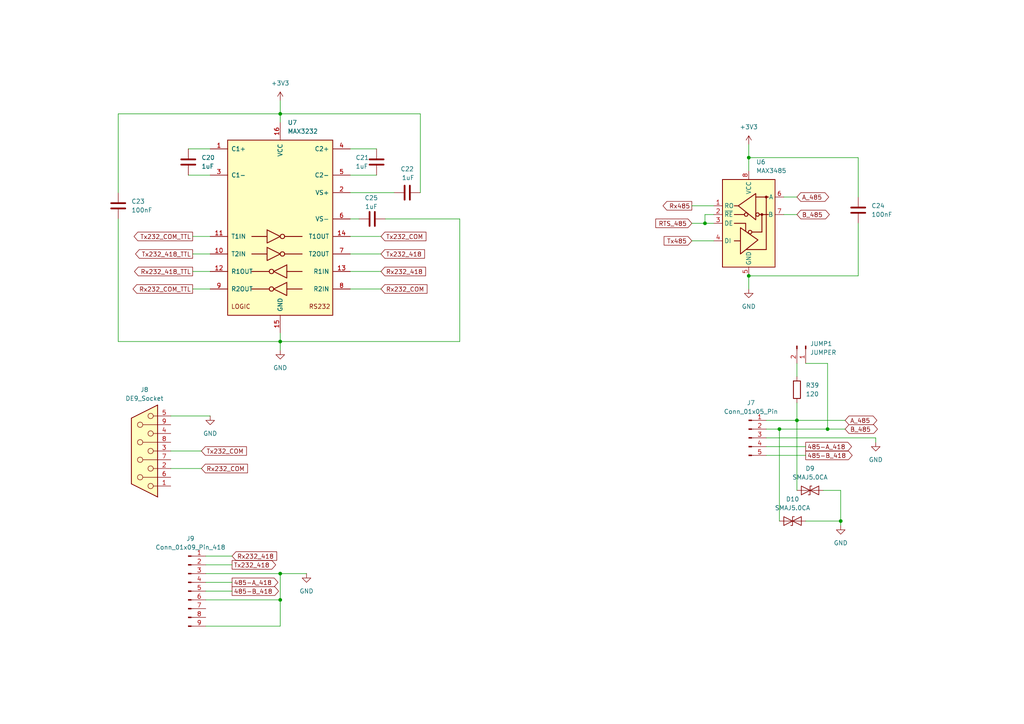
<source format=kicad_sch>
(kicad_sch (version 20250114) (generator "eeschema") (generator_version "9.0")
  (paper "A4")
  (title_block (title "com RS232-485 ") (date "2025-05-26") (rev "V1") (company "TTS") (comment 1 "EP"))
  (lib_symbols
    (symbol "Connector:Conn_01x02_Pin" (pin_names (offset 1.016) (hide yes))
      (property "Reference" "J" (at 0 2.54 0))
      (property "Value" "Conn_01x02_Pin" (at 0 -5.08 0))
      (symbol "Conn_01x02_Pin_1_1"
        (rectangle (start 0.8636 0.127) (end 0 -0.127) (stroke (width 0.1524)) (fill (type outline)))
        (rectangle (start 0.8636 -2.413) (end 0 -2.667) (stroke (width 0.1524)) (fill (type outline)))
        (polyline (pts (xy 1.27 0) (xy 0.8636 0)) (stroke (width 0.1524)))
        (polyline (pts (xy 1.27 -2.54) (xy 0.8636 -2.54)) (stroke (width 0.1524)))
        (pin passive line (at 5.08 0 180) (length 3.81) (name "Pin_1") (number "1"))
        (pin passive line (at 5.08 -2.54 180) (length 3.81) (name "Pin_2") (number "2"))
      )
    )
    (symbol "Connector:Conn_01x05_Pin" (pin_names (offset 1.016) (hide yes))
      (property "Reference" "J" (at 0 7.62 0))
      (property "Value" "Conn_01x05_Pin" (at 0 -7.62 0))
      (symbol "Conn_01x05_Pin_1_1"
        (rectangle (start 0.8636 5.207) (end 0 4.953) (stroke (width 0.1524)) (fill (type outline)))
        (rectangle (start 0.8636 2.667) (end 0 2.413) (stroke (width 0.1524)) (fill (type outline)))
        (rectangle (start 0.8636 0.127) (end 0 -0.127) (stroke (width 0.1524)) (fill (type outline)))
        (rectangle (start 0.8636 -2.413) (end 0 -2.667) (stroke (width 0.1524)) (fill (type outline)))
        (rectangle (start 0.8636 -4.953) (end 0 -5.207) (stroke (width 0.1524)) (fill (type outline)))
        (polyline (pts (xy 1.27 5.08) (xy 0.8636 5.08)) (stroke (width 0.1524)))
        (polyline (pts (xy 1.27 2.54) (xy 0.8636 2.54)) (stroke (width 0.1524)))
        (polyline (pts (xy 1.27 0) (xy 0.8636 0)) (stroke (width 0.1524)))
        (polyline (pts (xy 1.27 -2.54) (xy 0.8636 -2.54)) (stroke (width 0.1524)))
        (polyline (pts (xy 1.27 -5.08) (xy 0.8636 -5.08)) (stroke (width 0.1524)))
        (pin passive line (at 5.08 5.08 180) (length 3.81) (name "Pin_1") (number "1"))
        (pin passive line (at 5.08 2.54 180) (length 3.81) (name "Pin_2") (number "2"))
        (pin passive line (at 5.08 0 180) (length 3.81) (name "Pin_3") (number "3"))
        (pin passive line (at 5.08 -2.54 180) (length 3.81) (name "Pin_4") (number "4"))
        (pin passive line (at 5.08 -5.08 180) (length 3.81) (name "Pin_5") (number "5"))
      )
    )
    (symbol "Connector:Conn_01x09_Pin" (pin_names (offset 1.016) (hide yes))
      (property "Reference" "J" (at 0 12.7 0))
      (property "Value" "Conn_01x09_Pin" (at 0 -12.7 0))
      (symbol "Conn_01x09_Pin_1_1"
        (rectangle (start 0.8636 10.287) (end 0 10.033) (stroke (width 0.1524)) (fill (type outline)))
        (rectangle (start 0.8636 7.747) (end 0 7.493) (stroke (width 0.1524)) (fill (type outline)))
        (rectangle (start 0.8636 5.207) (end 0 4.953) (stroke (width 0.1524)) (fill (type outline)))
        (rectangle (start 0.8636 2.667) (end 0 2.413) (stroke (width 0.1524)) (fill (type outline)))
        (rectangle (start 0.8636 0.127) (end 0 -0.127) (stroke (width 0.1524)) (fill (type outline)))
        (rectangle (start 0.8636 -2.413) (end 0 -2.667) (stroke (width 0.1524)) (fill (type outline)))
        (rectangle (start 0.8636 -4.953) (end 0 -5.207) (stroke (width 0.1524)) (fill (type outline)))
        (rectangle (start 0.8636 -7.493) (end 0 -7.747) (stroke (width 0.1524)) (fill (type outline)))
        (rectangle (start 0.8636 -10.033) (end 0 -10.287) (stroke (width 0.1524)) (fill (type outline)))
        (polyline (pts (xy 1.27 10.16) (xy 0.8636 10.16)) (stroke (width 0.1524)))
        (polyline (pts (xy 1.27 7.62) (xy 0.8636 7.62)) (stroke (width 0.1524)))
        (polyline (pts (xy 1.27 5.08) (xy 0.8636 5.08)) (stroke (width 0.1524)))
        (polyline (pts (xy 1.27 2.54) (xy 0.8636 2.54)) (stroke (width 0.1524)))
        (polyline (pts (xy 1.27 0) (xy 0.8636 0)) (stroke (width 0.1524)))
        (polyline (pts (xy 1.27 -2.54) (xy 0.8636 -2.54)) (stroke (width 0.1524)))
        (polyline (pts (xy 1.27 -5.08) (xy 0.8636 -5.08)) (stroke (width 0.1524)))
        (polyline (pts (xy 1.27 -7.62) (xy 0.8636 -7.62)) (stroke (width 0.1524)))
        (polyline (pts (xy 1.27 -10.16) (xy 0.8636 -10.16)) (stroke (width 0.1524)))
        (pin passive line (at 5.08 10.16 180) (length 3.81) (name "Pin_1") (number "1"))
        (pin passive line (at 5.08 7.62 180) (length 3.81) (name "Pin_2") (number "2"))
        (pin passive line (at 5.08 5.08 180) (length 3.81) (name "Pin_3") (number "3"))
        (pin passive line (at 5.08 2.54 180) (length 3.81) (name "Pin_4") (number "4"))
        (pin passive line (at 5.08 0 180) (length 3.81) (name "Pin_5") (number "5"))
        (pin passive line (at 5.08 -2.54 180) (length 3.81) (name "Pin_6") (number "6"))
        (pin passive line (at 5.08 -5.08 180) (length 3.81) (name "Pin_7") (number "7"))
        (pin passive line (at 5.08 -7.62 180) (length 3.81) (name "Pin_8") (number "8"))
        (pin passive line (at 5.08 -10.16 180) (length 3.81) (name "Pin_9") (number "9"))
      )
    )
    (symbol "Connector:DE9_Socket" (pin_names (offset 1.016) (hide yes))
      (property "Reference" "J" (at 0 13.97 0))
      (property "Value" "DE9_Socket" (at 0 -14.605 0))
      (symbol "DE9_Socket_0_1"
        (polyline (pts (xy -3.81 13.335) (xy -3.81 -13.335) (xy 3.81 -9.525) (xy 3.81 9.525) (xy -3.81 13.335)) (stroke (width 0.254)) (fill (type background)))
        (polyline (pts (xy -3.81 10.16) (xy -2.54 10.16)))
        (polyline (pts (xy -3.81 7.62) (xy 0.508 7.62)))
        (polyline (pts (xy -3.81 5.08) (xy -2.54 5.08)))
        (polyline (pts (xy -3.81 2.54) (xy 0.508 2.54)))
        (polyline (pts (xy -3.81 0) (xy -2.54 0)))
        (polyline (pts (xy -3.81 -2.54) (xy 0.508 -2.54)))
        (polyline (pts (xy -3.81 -5.08) (xy -2.54 -5.08)))
        (polyline (pts (xy -3.81 -7.62) (xy 0.508 -7.62)))
        (polyline (pts (xy -3.81 -10.16) (xy -2.54 -10.16)))
        (circle (center -1.778 10.16) (radius 0.762))
        (circle (center -1.778 5.08) (radius 0.762))
        (circle (center -1.778 0) (radius 0.762))
        (circle (center -1.778 -5.08) (radius 0.762))
        (circle (center -1.778 -10.16) (radius 0.762))
        (circle (center 1.27 7.62) (radius 0.762))
        (circle (center 1.27 2.54) (radius 0.762))
        (circle (center 1.27 -2.54) (radius 0.762))
        (circle (center 1.27 -7.62) (radius 0.762))
      )
      (symbol "DE9_Socket_1_1"
        (pin passive line (at -7.62 10.16 0) (length 3.81) (name "1") (number "1"))
        (pin passive line (at -7.62 7.62 0) (length 3.81) (name "6") (number "6"))
        (pin passive line (at -7.62 5.08 0) (length 3.81) (name "2") (number "2"))
        (pin passive line (at -7.62 2.54 0) (length 3.81) (name "7") (number "7"))
        (pin passive line (at -7.62 0 0) (length 3.81) (name "3") (number "3"))
        (pin passive line (at -7.62 -2.54 0) (length 3.81) (name "8") (number "8"))
        (pin passive line (at -7.62 -5.08 0) (length 3.81) (name "4") (number "4"))
        (pin passive line (at -7.62 -7.62 0) (length 3.81) (name "9") (number "9"))
        (pin passive line (at -7.62 -10.16 0) (length 3.81) (name "5") (number "5"))
      )
    )
    (symbol "Device:C" (pin_numbers (hide yes)) (pin_names (offset 0.254))
      (property "Reference" "C" (at 0.635 2.54 0))
      (property "Value" "C" (at 0.635 -2.54 0))
      (symbol "C_0_1"
        (polyline (pts (xy -2.032 0.762) (xy 2.032 0.762)) (stroke (width 0.508)))
        (polyline (pts (xy -2.032 -0.762) (xy 2.032 -0.762)) (stroke (width 0.508)))
      )
      (symbol "C_1_1"
        (pin passive line (at 0 3.81 270) (length 2.794) (name "~") (number "1"))
        (pin passive line (at 0 -3.81 90) (length 2.794) (name "~") (number "2"))
      )
    )
    (symbol "Device:R" (pin_numbers (hide yes)) (pin_names (offset 0))
      (property "Reference" "R" (at 2.032 0 90))
      (property "Value" "R" (at 0 0 90))
      (symbol "R_0_1"
        (rectangle (start -1.016 -2.54) (end 1.016 2.54) (stroke (width 0.254)))
      )
      (symbol "R_1_1"
        (pin passive line (at 0 3.81 270) (length 1.27) (name "~") (number "1"))
        (pin passive line (at 0 -3.81 90) (length 1.27) (name "~") (number "2"))
      )
    )
    (symbol "Diode:SMAJ5.0CA" (pin_numbers (hide yes)) (pin_names (offset 1.016) (hide yes))
      (property "Reference" "D" (at 0 2.54 0))
      (property "Value" "SMAJ5.0CA" (at 0 -2.54 0))
      (symbol "SMAJ5.0CA_0_1"
        (polyline (pts (xy -2.54 -1.27) (xy 0 0) (xy -2.54 1.27) (xy -2.54 -1.27)) (stroke (width 0.2032)))
        (polyline (pts (xy 0.508 1.27) (xy 0 1.27) (xy 0 -1.27) (xy -0.508 -1.27)) (stroke (width 0.2032)))
        (polyline (pts (xy 1.27 0) (xy -1.27 0)))
        (polyline (pts (xy 2.54 1.27) (xy 2.54 -1.27) (xy 0 0) (xy 2.54 1.27)) (stroke (width 0.2032)))
      )
      (symbol "SMAJ5.0CA_1_1"
        (pin passive line (at -3.81 0 0) (length 2.54) (name "A1") (number "1"))
        (pin passive line (at 3.81 0 180) (length 2.54) (name "A2") (number "2"))
      )
    )
    (symbol "Interface_UART:MAX3232" (pin_names (offset 1.016))
      (property "Reference" "U" (at -2.54 28.575 0))
      (property "Value" "MAX3232" (at -2.54 26.67 0))
      (symbol "MAX3232_0_0"
        (text "LOGIC" (at -11.43 -22.86 0) (effects (font (size 1.27 1.27))))
        (text "RS232" (at 11.43 -22.86 0) (effects (font (size 1.27 1.27))))
      )
      (symbol "MAX3232_0_1"
        (rectangle (start -15.24 -25.4) (end 15.24 25.4) (stroke (width 0.254)) (fill (type background)))
        (polyline (pts (xy -3.81 -0.635) (xy -3.81 -4.445) (xy 0 -2.54) (xy -3.81 -0.635)) (stroke (width 0.254)))
        (polyline (pts (xy -3.81 -2.54) (xy -8.255 -2.54)) (stroke (width 0.254)))
        (polyline (pts (xy -3.81 -5.715) (xy -3.81 -9.525) (xy 0 -7.62) (xy -3.81 -5.715)) (stroke (width 0.254)))
        (polyline (pts (xy -3.81 -7.62) (xy -8.255 -7.62)) (stroke (width 0.254)))
        (polyline (pts (xy -3.175 -12.7) (xy -8.255 -12.7)) (stroke (width 0.254)))
        (polyline (pts (xy -3.175 -17.78) (xy -8.255 -17.78)) (stroke (width 0.254)))
        (circle (center -2.54 -12.7) (radius 0.635) (stroke (width 0.254)))
        (circle (center -2.54 -17.78) (radius 0.635) (stroke (width 0.254)))
        (circle (center 0.635 -2.54) (radius 0.635) (stroke (width 0.254)))
        (circle (center 0.635 -7.62) (radius 0.635) (stroke (width 0.254)))
        (polyline (pts (xy 1.27 -2.54) (xy 6.35 -2.54)) (stroke (width 0.254)))
        (polyline (pts (xy 1.27 -7.62) (xy 6.35 -7.62)) (stroke (width 0.254)))
        (polyline (pts (xy 1.905 -10.795) (xy 1.905 -14.605) (xy -1.905 -12.7) (xy 1.905 -10.795)) (stroke (width 0.254)))
        (polyline (pts (xy 1.905 -12.7) (xy 6.35 -12.7)) (stroke (width 0.254)))
        (polyline (pts (xy 1.905 -15.875) (xy 1.905 -19.685) (xy -1.905 -17.78) (xy 1.905 -15.875)) (stroke (width 0.254)))
        (polyline (pts (xy 1.905 -17.78) (xy 6.35 -17.78)) (stroke (width 0.254)))
      )
      (symbol "MAX3232_1_1"
        (pin passive line (at -20.32 22.86 0) (length 5.08) (name "C1+") (number "1"))
        (pin passive line (at -20.32 15.24 0) (length 5.08) (name "C1-") (number "3"))
        (pin input line (at -20.32 -2.54 0) (length 5.08) (name "T1IN") (number "11"))
        (pin input line (at -20.32 -7.62 0) (length 5.08) (name "T2IN") (number "10"))
        (pin output line (at -20.32 -12.7 0) (length 5.08) (name "R1OUT") (number "12"))
        (pin output line (at -20.32 -17.78 0) (length 5.08) (name "R2OUT") (number "9"))
        (pin power_in line (at 0 30.48 270) (length 5.08) (name "VCC") (number "16"))
        (pin power_in line (at 0 -30.48 90) (length 5.08) (name "GND") (number "15"))
        (pin passive line (at 20.32 22.86 180) (length 5.08) (name "C2+") (number "4"))
        (pin passive line (at 20.32 15.24 180) (length 5.08) (name "C2-") (number "5"))
        (pin power_out line (at 20.32 10.16 180) (length 5.08) (name "VS+") (number "2"))
        (pin power_out line (at 20.32 2.54 180) (length 5.08) (name "VS-") (number "6"))
        (pin output line (at 20.32 -2.54 180) (length 5.08) (name "T1OUT") (number "14"))
        (pin output line (at 20.32 -7.62 180) (length 5.08) (name "T2OUT") (number "7"))
        (pin input line (at 20.32 -12.7 180) (length 5.08) (name "R1IN") (number "13"))
        (pin input line (at 20.32 -17.78 180) (length 5.08) (name "R2IN") (number "8"))
      )
    )
    (symbol "Interface_UART:MAX3485"
      (property "Reference" "U" (at -6.985 13.97 0))
      (property "Value" "MAX3485" (at 1.905 13.97 0))
      (symbol "MAX3485_0_1"
        (rectangle (start -7.62 12.7) (end 7.62 -12.7) (stroke (width 0.254)) (fill (type background)))
        (polyline (pts (xy -4.191 2.54) (xy -1.27 2.54)) (stroke (width 0.254)))
        (polyline (pts (xy -4.191 0) (xy -0.889 0) (xy -0.889 -2.286)) (stroke (width 0.254)))
        (polyline (pts (xy -3.175 5.08) (xy -4.191 5.08) (xy -4.064 5.08)) (stroke (width 0.254)))
        (polyline (pts (xy -2.54 -5.08) (xy -4.191 -5.08)) (stroke (width 0.254)))
        (polyline (pts (xy -2.413 -5.08) (xy -2.413 -1.27) (xy 2.667 -4.826) (xy -2.413 -8.89) (xy -2.413 -5.08)) (stroke (width 0.254)))
        (polyline (pts (xy -0.635 -7.62) (xy 5.08 -7.62)) (stroke (width 0.254)))
        (circle (center 0.381 -2.54) (radius 0.508) (stroke (width 0.254)))
        (polyline (pts (xy 0.889 -2.54) (xy 3.81 -2.54)) (stroke (width 0.254)))
        (polyline (pts (xy 2.032 7.62) (xy 5.715 7.62)) (stroke (width 0.254)))
        (polyline (pts (xy 3.048 2.54) (xy 5.715 2.54)) (stroke (width 0.254)))
        (circle (center 3.81 2.54) (radius 0.2794) (stroke (width 0.254)) (fill (type outline)))
        (polyline (pts (xy 3.81 -2.54) (xy 3.81 2.54)) (stroke (width 0.254)))
        (polyline (pts (xy 5.08 -7.62) (xy 5.08 7.62)) (stroke (width 0.254)))
      )
      (symbol "MAX3485_1_1"
        (circle (center -0.762 2.54) (radius 0.508) (stroke (width 0.254)))
        (polyline (pts (xy 2.032 4.826) (xy 2.032 8.636) (xy -3.048 5.08) (xy 2.032 1.016) (xy 2.032 4.826)) (stroke (width 0.254)))
        (circle (center 2.54 2.54) (radius 0.508) (stroke (width 0.254)))
        (circle (center 5.08 7.62) (radius 0.2794) (stroke (width 0.254)) (fill (type outline)))
        (pin output line (at -10.16 5.08 0) (length 2.54) (name "RO") (number "1"))
        (pin input line (at -10.16 2.54 0) (length 2.54) (name "~{RE}") (number "2"))
        (pin input line (at -10.16 0 0) (length 2.54) (name "DE") (number "3"))
        (pin input line (at -10.16 -5.08 0) (length 2.54) (name "DI") (number "4"))
        (pin power_in line (at 0 15.24 270) (length 2.54) (name "VCC") (number "8"))
        (pin power_in line (at 0 -15.24 90) (length 2.54) (name "GND") (number "5"))
        (pin bidirectional line (at 10.16 7.62 180) (length 2.54) (name "A") (number "6"))
        (pin bidirectional line (at 10.16 2.54 180) (length 2.54) (name "B") (number "7"))
      )
    )
    (symbol "power:+3V3" (power) (pin_numbers (hide yes)) (pin_names (offset 0) (hide yes))
      (property "Value" "+3V3" (at 0 3.556 0))
      (symbol "+3V3_0_1"
        (polyline (pts (xy -0.762 1.27) (xy 0 2.54)))
        (polyline (pts (xy 0 2.54) (xy 0.762 1.27)))
        (polyline (pts (xy 0 0) (xy 0 2.54)))
      )
      (symbol "+3V3_1_1"
        (pin power_in line (at 0 0 90) (length 0) (name "~") (number "1"))
      )
    )
    (symbol "power:GND" (power) (pin_numbers (hide yes)) (pin_names (offset 0) (hide yes))
      (property "Value" "GND" (at 0 -3.81 0))
      (symbol "GND_0_1"
        (polyline (pts (xy 0 0) (xy 0 -1.27) (xy 1.27 -1.27) (xy 0 -2.54) (xy -1.27 -1.27) (xy 0 -1.27)))
      )
      (symbol "GND_1_1"
        (pin power_in line (at 0 0 270) (length 0) (name "~") (number "1"))
      )
    )
  )
  (junction (at 226.06 124.46))
  (junction (at 81.28 33.02))
  (junction (at 217.17 80.01))
  (junction (at 204.47 64.77))
  (junction (at 243.84 151.13))
  (junction (at 81.28 99.06))
  (junction (at 240.03 124.46))
  (junction (at 81.28 173.99))
  (junction (at 217.17 45.72))
  (junction (at 231.14 121.92))
  (junction (at 81.28 166.37))
  (wire (pts (xy 121.92 55.88) (xy 121.92 33.02)))
  (wire (pts (xy 222.25 124.46) (xy 226.06 124.46)))
  (wire (pts (xy 217.17 45.72) (xy 217.17 49.53)))
  (wire (pts (xy 217.17 41.91) (xy 217.17 45.72)))
  (wire (pts (xy 101.6 50.8) (xy 109.22 50.8)))
  (wire (pts (xy 226.06 124.46) (xy 226.06 151.13)))
  (wire (pts (xy 243.84 151.13) (xy 243.84 152.4)))
  (wire (pts (xy 133.35 99.06) (xy 81.28 99.06)))
  (wire (pts (xy 233.68 151.13) (xy 243.84 151.13)))
  (wire (pts (xy 54.61 43.18) (xy 60.96 43.18)))
  (wire (pts (xy 238.76 142.24) (xy 243.84 142.24)))
  (wire (pts (xy 34.29 55.88) (xy 34.29 33.02)))
  (wire (pts (xy 54.61 50.8) (xy 60.96 50.8)))
  (wire (pts (xy 59.69 171.45) (xy 67.31 171.45)))
  (wire (pts (xy 204.47 62.23) (xy 204.47 64.77)))
  (wire (pts (xy 227.33 62.23) (xy 231.14 62.23)))
  (wire (pts (xy 34.29 63.5) (xy 34.29 99.06)))
  (wire (pts (xy 49.53 120.65) (xy 60.96 120.65)))
  (wire (pts (xy 55.88 68.58) (xy 60.96 68.58)))
  (wire (pts (xy 34.29 99.06) (xy 81.28 99.06)))
  (wire (pts (xy 59.69 161.29) (xy 67.31 161.29)))
  (wire (pts (xy 101.6 43.18) (xy 109.22 43.18)))
  (wire (pts (xy 81.28 29.21) (xy 81.28 33.02)))
  (wire (pts (xy 59.69 163.83) (xy 67.31 163.83)))
  (wire (pts (xy 101.6 55.88) (xy 114.3 55.88)))
  (wire (pts (xy 233.68 105.41) (xy 240.03 105.41)))
  (wire (pts (xy 59.69 173.99) (xy 81.28 173.99)))
  (wire (pts (xy 55.88 78.74) (xy 60.96 78.74)))
  (wire (pts (xy 111.76 63.5) (xy 133.35 63.5)))
  (wire (pts (xy 81.28 96.52) (xy 81.28 99.06)))
  (wire (pts (xy 222.25 132.08) (xy 233.68 132.08)))
  (wire (pts (xy 101.6 73.66) (xy 110.49 73.66)))
  (wire (pts (xy 231.14 121.92) (xy 231.14 142.24)))
  (wire (pts (xy 81.28 33.02) (xy 81.28 35.56)))
  (wire (pts (xy 200.66 69.85) (xy 207.01 69.85)))
  (wire (pts (xy 59.69 166.37) (xy 81.28 166.37)))
  (wire (pts (xy 222.25 129.54) (xy 233.68 129.54)))
  (wire (pts (xy 254 128.27) (xy 254 127)))
  (wire (pts (xy 101.6 78.74) (xy 110.49 78.74)))
  (wire (pts (xy 204.47 64.77) (xy 207.01 64.77)))
  (wire (pts (xy 248.92 45.72) (xy 217.17 45.72)))
  (wire (pts (xy 59.69 168.91) (xy 67.31 168.91)))
  (wire (pts (xy 226.06 124.46) (xy 240.03 124.46)))
  (wire (pts (xy 248.92 64.77) (xy 248.92 80.01)))
  (wire (pts (xy 207.01 62.23) (xy 204.47 62.23)))
  (wire (pts (xy 222.25 121.92) (xy 231.14 121.92)))
  (wire (pts (xy 81.28 166.37) (xy 88.9 166.37)))
  (wire (pts (xy 231.14 121.92) (xy 245.11 121.92)))
  (wire (pts (xy 101.6 63.5) (xy 104.14 63.5)))
  (wire (pts (xy 101.6 68.58) (xy 110.49 68.58)))
  (wire (pts (xy 81.28 99.06) (xy 81.28 101.6)))
  (wire (pts (xy 240.03 124.46) (xy 245.11 124.46)))
  (wire (pts (xy 121.92 33.02) (xy 81.28 33.02)))
  (wire (pts (xy 34.29 33.02) (xy 81.28 33.02)))
  (wire (pts (xy 248.92 57.15) (xy 248.92 45.72)))
  (wire (pts (xy 55.88 83.82) (xy 60.96 83.82)))
  (wire (pts (xy 227.33 57.15) (xy 231.14 57.15)))
  (wire (pts (xy 133.35 63.5) (xy 133.35 99.06)))
  (wire (pts (xy 217.17 80.01) (xy 217.17 83.82)))
  (wire (pts (xy 81.28 173.99) (xy 81.28 166.37)))
  (wire (pts (xy 101.6 83.82) (xy 110.49 83.82)))
  (wire (pts (xy 200.66 64.77) (xy 204.47 64.77)))
  (wire (pts (xy 55.88 73.66) (xy 60.96 73.66)))
  (wire (pts (xy 231.14 105.41) (xy 231.14 109.22)))
  (wire (pts (xy 231.14 116.84) (xy 231.14 121.92)))
  (wire (pts (xy 243.84 142.24) (xy 243.84 151.13)))
  (wire (pts (xy 200.66 59.69) (xy 207.01 59.69)))
  (wire (pts (xy 49.53 130.81) (xy 58.42 130.81)))
  (wire (pts (xy 59.69 181.61) (xy 81.28 181.61)))
  (wire (pts (xy 240.03 105.41) (xy 240.03 124.46)))
  (wire (pts (xy 49.53 135.89) (xy 58.42 135.89)))
  (wire (pts (xy 81.28 181.61) (xy 81.28 173.99)))
  (wire (pts (xy 254 127) (xy 222.25 127)))
  (wire (pts (xy 248.92 80.01) (xy 217.17 80.01)))
  (global_label "Tx232_COM_TTL" (shape output) (at 55.88 68.58 180) (property "Intersheetrefs" "${INTERSHEET_REFS}" (effects (hide yes))))
  (global_label "A_485" (shape bidirectional) (at 231.14 57.15 0) (property "Intersheetrefs" "${INTERSHEET_REFS}" (effects (hide yes))))
  (global_label "Tx232_418" (shape output) (at 67.31 163.83 0) (property "Intersheetrefs" "${INTERSHEET_REFS}" (effects (hide yes))))
  (global_label "Tx485" (shape input) (at 200.66 69.85 180) (property "Intersheetrefs" "${INTERSHEET_REFS}" (effects (hide yes))))
  (global_label "B_485" (shape bidirectional) (at 231.14 62.23 0) (property "Intersheetrefs" "${INTERSHEET_REFS}" (effects (hide yes))))
  (global_label "Rx232_COM" (shape input) (at 110.49 83.82 0) (property "Intersheetrefs" "${INTERSHEET_REFS}" (effects (hide yes))))
  (global_label "B_485" (shape bidirectional) (at 245.11 124.46 0) (property "Intersheetrefs" "${INTERSHEET_REFS}" (effects (hide yes))))
  (global_label "485-A_418" (shape output) (at 233.68 129.54 0) (property "Intersheetrefs" "${INTERSHEET_REFS}" (effects (hide yes))))
  (global_label "RTS_485" (shape input) (at 200.66 64.77 180) (property "Intersheetrefs" "${INTERSHEET_REFS}" (effects (hide yes))))
  (global_label "Rx485" (shape output) (at 200.66 59.69 180) (property "Intersheetrefs" "${INTERSHEET_REFS}" (effects (hide yes))))
  (global_label "485-A_418" (shape output) (at 67.31 168.91 0) (property "Intersheetrefs" "${INTERSHEET_REFS}" (effects (hide yes))))
  (global_label "Rx232_418" (shape input) (at 110.49 78.74 0) (property "Intersheetrefs" "${INTERSHEET_REFS}" (effects (hide yes))))
  (global_label "485-B_418" (shape output) (at 67.31 171.45 0) (property "Intersheetrefs" "${INTERSHEET_REFS}" (effects (hide yes))))
  (global_label "Rx232_COM_TTL" (shape output) (at 55.88 83.82 180) (property "Intersheetrefs" "${INTERSHEET_REFS}" (effects (hide yes))))
  (global_label "Tx232_418_TTL" (shape output) (at 55.88 73.66 180) (property "Intersheetrefs" "${INTERSHEET_REFS}" (effects (hide yes))))
  (global_label "Tx232_418" (shape input) (at 110.49 73.66 0) (property "Intersheetrefs" "${INTERSHEET_REFS}" (effects (hide yes))))
  (global_label "Rx232_COM" (shape input) (at 58.42 135.89 0) (property "Intersheetrefs" "${INTERSHEET_REFS}" (effects (hide yes))))
  (global_label "Tx232_COM" (shape input) (at 110.49 68.58 0) (property "Intersheetrefs" "${INTERSHEET_REFS}" (effects (hide yes))))
  (global_label "Rx232_418" (shape input) (at 67.31 161.29 0) (property "Intersheetrefs" "${INTERSHEET_REFS}" (effects (hide yes))))
  (global_label "Rx232_418_TTL" (shape output) (at 55.88 78.74 180) (property "Intersheetrefs" "${INTERSHEET_REFS}" (effects (hide yes))))
  (global_label "Tx232_COM" (shape input) (at 58.42 130.81 0) (property "Intersheetrefs" "${INTERSHEET_REFS}" (effects (hide yes))))
  (global_label "485-B_418" (shape output) (at 233.68 132.08 0) (property "Intersheetrefs" "${INTERSHEET_REFS}" (effects (hide yes))))
  (global_label "A_485" (shape bidirectional) (at 245.11 121.92 0) (property "Intersheetrefs" "${INTERSHEET_REFS}" (effects (hide yes))))
  (symbol (lib_id "power:GND") (at 217.17 83.82 0) (unit 1)
    (property "Reference" "#PWR049" (effects (hide yes)))
    (property "Value" "GND" (at 217.17 88.9 0))
    (property "Description" "Power symbol creates a global label with name \"GND\" , ground" (effects (hide yes)))
  )
  (symbol (lib_id "Device:C") (at 109.22 46.99 0) (unit 1)
    (property "Reference" "C21" (at 103.124 45.72 0) (effects (justify left)))
    (property "Value" "1uF" (at 103.124 48.26 0) (effects (justify left)))
    (property "Footprint" "Capacitor_SMD:C_0805_2012Metric_Pad1.18x1.45mm_HandSolder" (effects (hide yes)))
    (property "Description" "Unpolarized capacitor" (effects (hide yes)))
  )
  (symbol (lib_id "Diode:SMAJ5.0CA") (at 234.95 142.24 0) (unit 1)
    (property "Reference" "D9" (at 234.95 135.89 0))
    (property "Value" "SMAJ5.0CA" (at 234.95 138.43 0))
    (property "Footprint" "Diode_SMD:D_SMA" (effects (hide yes)))
    (property "Datasheet" "https://www.littelfuse.com/media?resourcetype=datasheets&itemid=75e32973-b177-4ee3-a0ff-cedaf1abdb93&filename=smaj-datasheet" (effects (hide yes)))
    (property "Description" "400W bidirectional Transient Voltage Suppressor, 5.0Vr, SMA(DO-214AC)" (effects (hide yes)))
  )
  (symbol (lib_id "Interface_UART:MAX3232") (at 81.28 66.04 0) (unit 1)
    (property "Reference" "U7" (at 83.4233 35.56 0) (effects (justify left)))
    (property "Value" "MAX3232" (at 83.4233 38.1 0) (effects (justify left)))
    (property "Footprint" "Package_SO:SOIC-16W_7.5x10.3mm_P1.27mm" (effects (hide yes)))
    (property "Datasheet" "https://datasheets.maximintegrated.com/en/ds/MAX3222-MAX3241.pdf" (effects (hide yes)))
    (property "Description" "3.0V to 5.5V, Low-Power, up to 1Mbps, True RS-232 Transceivers Using Four 0.1μF External Capacitors" (effects (hide yes)))
  )
  (symbol (lib_id "Interface_UART:MAX3485") (at 217.17 64.77 0) (unit 1)
    (property "Reference" "U6" (at 219.3133 46.99 0) (effects (justify left)))
    (property "Value" "MAX3485" (at 219.3133 49.53 0) (effects (justify left)))
    (property "Footprint" "Package_SO:SOIC-8_3.9x4.9mm_P1.27mm" (effects (hide yes)))
    (property "Datasheet" "https://datasheets.maximintegrated.com/en/ds/MAX3483-MAX3491.pdf" (effects (hide yes)))
    (property "Description" "True RS-485/RS-422, 10Mbps, Slew-Rate Limited, with low-power shutdown, with receiver/driver enable, 32 receiver drive capacitity, DIP-8 and SOIC-8" (effects (hide yes)))
  )
  (symbol (lib_id "Device:C") (at 107.95 63.5 90) (unit 1)
    (property "Reference" "C25" (at 107.696 57.404 90))
    (property "Value" "1uF" (at 107.696 59.944 90))
    (property "Footprint" "Capacitor_SMD:C_0805_2012Metric_Pad1.18x1.45mm_HandSolder" (effects (hide yes)))
    (property "Description" "Unpolarized capacitor" (effects (hide yes)))
  )
  (symbol (lib_id "Device:C") (at 34.29 59.69 0) (unit 1)
    (property "Reference" "C23" (at 38.1 58.4199 0) (effects (justify left)))
    (property "Value" "100nF" (at 38.1 60.9599 0) (effects (justify left)))
    (property "Footprint" "Capacitor_SMD:C_0805_2012Metric_Pad1.18x1.45mm_HandSolder" (effects (hide yes)))
    (property "Description" "Unpolarized capacitor" (effects (hide yes)))
  )
  (symbol (lib_id "power:GND") (at 88.9 166.37 0) (unit 1)
    (property "Reference" "#PWR054" (effects (hide yes)))
    (property "Value" "GND" (at 88.9 171.45 0))
    (property "Description" "Power symbol creates a global label with name \"GND\" , ground" (effects (hide yes)))
  )
  (symbol (lib_id "Device:C") (at 54.61 46.99 0) (unit 1)
    (property "Reference" "C20" (at 58.42 45.7199 0) (effects (justify left)))
    (property "Value" "1uF" (at 58.42 48.2599 0) (effects (justify left)))
    (property "Footprint" "Capacitor_SMD:C_0805_2012Metric_Pad1.18x1.45mm_HandSolder" (effects (hide yes)))
    (property "Description" "Unpolarized capacitor" (effects (hide yes)))
  )
  (symbol (lib_id "Connector:Conn_01x02_Pin") (at 233.68 100.33 270) (unit 1)
    (property "Reference" "JUMP1" (at 234.95 99.6949 90) (effects (justify left)))
    (property "Value" "JUMPER" (at 234.95 102.2349 90) (effects (justify left)))
    (property "Footprint" "Connector_PinHeader_1.00mm:PinHeader_1x02_P1.00mm_Vertical" (effects (hide yes)))
    (property "Description" "Generic connector, single row, 01x02, script generated" (effects (hide yes)))
  )
  (symbol (lib_id "power:+3V3") (at 217.17 41.91 0) (unit 1)
    (property "Reference" "#PWR048" (effects (hide yes)))
    (property "Value" "+3V3" (at 217.17 36.83 0))
    (property "Description" "Power symbol creates a global label with name \"+3V3\"" (effects (hide yes)))
  )
  (symbol (lib_id "Connector:Conn_01x09_Pin") (at 54.61 171.45 0) (unit 1)
    (property "Reference" "J9" (at 55.245 156.21 0))
    (property "Value" "Conn_01x09_Pin_418" (at 55.245 158.75 0))
    (property "Footprint" "Connector_Phoenix_MC:PhoenixContact_MCV_1,5_9-G-3.81_1x09_P3.81mm_Vertical" (effects (hide yes)))
    (property "Description" "Generic connector, single row, 01x09, script generated" (effects (hide yes)))
  )
  (symbol (lib_id "Diode:SMAJ5.0CA") (at 229.87 151.13 0) (unit 1)
    (property "Reference" "D10" (at 229.87 144.78 0))
    (property "Value" "SMAJ5.0CA" (at 229.87 147.32 0))
    (property "Footprint" "Diode_SMD:D_SMA" (effects (hide yes)))
    (property "Datasheet" "https://www.littelfuse.com/media?resourcetype=datasheets&itemid=75e32973-b177-4ee3-a0ff-cedaf1abdb93&filename=smaj-datasheet" (effects (hide yes)))
    (property "Description" "400W bidirectional Transient Voltage Suppressor, 5.0Vr, SMA(DO-214AC)" (effects (hide yes)))
  )
  (symbol (lib_id "power:GND") (at 81.28 101.6 0) (unit 1)
    (property "Reference" "#PWR050" (effects (hide yes)))
    (property "Value" "GND" (at 81.28 106.68 0))
    (property "Description" "Power symbol creates a global label with name \"GND\" , ground" (effects (hide yes)))
  )
  (symbol (lib_id "Connector:Conn_01x05_Pin") (at 217.17 127 0) (unit 1)
    (property "Reference" "J7" (at 217.805 116.84 0))
    (property "Value" "Conn_01x05_Pin" (at 217.805 119.38 0))
    (property "Footprint" "Connector_Phoenix_MC:PhoenixContact_MCV_1,5_5-G-3.81_1x05_P3.81mm_Vertical" (effects (hide yes)))
    (property "Description" "Generic connector, single row, 01x05, script generated" (effects (hide yes)))
  )
  (symbol (lib_id "power:GND") (at 243.84 152.4 0) (unit 1)
    (property "Reference" "#PWR053" (effects (hide yes)))
    (property "Value" "GND" (at 243.84 157.48 0))
    (property "Description" "Power symbol creates a global label with name \"GND\" , ground" (effects (hide yes)))
  )
  (symbol (lib_id "Device:C") (at 118.11 55.88 90) (unit 1)
    (property "Reference" "C22" (at 118.11 49.022 90))
    (property "Value" "1uF" (at 118.364 51.562 90))
    (property "Footprint" "Capacitor_SMD:C_0805_2012Metric_Pad1.18x1.45mm_HandSolder" (effects (hide yes)))
    (property "Description" "Unpolarized capacitor" (effects (hide yes)))
  )
  (symbol (lib_id "Device:C") (at 248.92 60.96 0) (unit 1)
    (property "Reference" "C24" (at 252.73 59.6899 0) (effects (justify left)))
    (property "Value" "100nF" (at 252.73 62.2299 0) (effects (justify left)))
    (property "Footprint" "Capacitor_SMD:C_0805_2012Metric_Pad1.18x1.45mm_HandSolder" (effects (hide yes)))
    (property "Description" "Unpolarized capacitor" (effects (hide yes)))
  )
  (symbol (lib_id "Device:R") (at 231.14 113.03 0) (unit 1)
    (property "Reference" "R39" (at 233.68 111.7599 0) (effects (justify left)))
    (property "Value" "120" (at 233.68 114.2999 0) (effects (justify left)))
    (property "Footprint" "Resistor_SMD:R_0805_2012Metric_Pad1.20x1.40mm_HandSolder" (effects (hide yes)))
    (property "Description" "Resistor" (effects (hide yes)))
  )
  (symbol (lib_id "power:GND") (at 60.96 120.65 0) (unit 1)
    (property "Reference" "#PWR051" (effects (hide yes)))
    (property "Value" "GND" (at 60.96 125.73 0))
    (property "Description" "Power symbol creates a global label with name \"GND\" , ground" (effects (hide yes)))
  )
  (symbol (lib_id "power:+3V3") (at 81.28 29.21 0) (unit 1)
    (property "Reference" "#PWR047" (effects (hide yes)))
    (property "Value" "+3V3" (at 81.28 24.13 0))
    (property "Description" "Power symbol creates a global label with name \"+3V3\"" (effects (hide yes)))
  )
  (symbol (lib_id "Connector:DE9_Socket") (at 41.91 130.81 180) (unit 1)
    (property "Reference" "J8" (at 41.91 113.03 0))
    (property "Value" "DE9_Socket" (at 41.91 115.57 0))
    (property "Footprint" "Connector_Dsub:DSUB-9_Socket_Horizontal_P2.77x2.84mm_EdgePinOffset9.40mm" (effects (hide yes)))
    (property "Description" "9-pin D-SUB connector, socket (female)" (effects (hide yes)))
  )
  (symbol (lib_id "power:GND") (at 254 128.27 0) (unit 1)
    (property "Reference" "#PWR052" (effects (hide yes)))
    (property "Value" "GND" (at 254 133.35 0))
    (property "Description" "Power symbol creates a global label with name \"GND\" , ground" (effects (hide yes)))
  )
)
</source>
